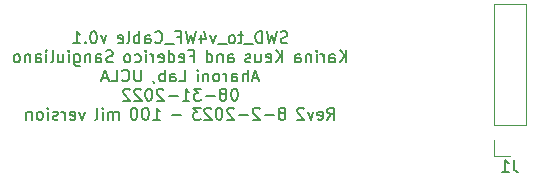
<source format=gbr>
%TF.GenerationSoftware,KiCad,Pcbnew,(7.0.0)*%
%TF.CreationDate,2023-08-02T20:08:49-07:00*%
%TF.ProjectId,SWD_to_v4WF_Cable,5357445f-746f-45f7-9634-57465f436162,rev?*%
%TF.SameCoordinates,Original*%
%TF.FileFunction,Legend,Bot*%
%TF.FilePolarity,Positive*%
%FSLAX46Y46*%
G04 Gerber Fmt 4.6, Leading zero omitted, Abs format (unit mm)*
G04 Created by KiCad (PCBNEW (7.0.0)) date 2023-08-02 20:08:49*
%MOMM*%
%LPD*%
G01*
G04 APERTURE LIST*
%ADD10C,0.150000*%
%ADD11C,0.120000*%
G04 APERTURE END LIST*
D10*
X164791896Y-56429757D02*
X164649039Y-56477376D01*
X164649039Y-56477376D02*
X164410944Y-56477376D01*
X164410944Y-56477376D02*
X164315706Y-56429757D01*
X164315706Y-56429757D02*
X164268087Y-56382138D01*
X164268087Y-56382138D02*
X164220468Y-56286900D01*
X164220468Y-56286900D02*
X164220468Y-56191662D01*
X164220468Y-56191662D02*
X164268087Y-56096424D01*
X164268087Y-56096424D02*
X164315706Y-56048805D01*
X164315706Y-56048805D02*
X164410944Y-56001186D01*
X164410944Y-56001186D02*
X164601420Y-55953567D01*
X164601420Y-55953567D02*
X164696658Y-55905948D01*
X164696658Y-55905948D02*
X164744277Y-55858329D01*
X164744277Y-55858329D02*
X164791896Y-55763091D01*
X164791896Y-55763091D02*
X164791896Y-55667853D01*
X164791896Y-55667853D02*
X164744277Y-55572615D01*
X164744277Y-55572615D02*
X164696658Y-55524996D01*
X164696658Y-55524996D02*
X164601420Y-55477376D01*
X164601420Y-55477376D02*
X164363325Y-55477376D01*
X164363325Y-55477376D02*
X164220468Y-55524996D01*
X163887134Y-55477376D02*
X163649039Y-56477376D01*
X163649039Y-56477376D02*
X163458563Y-55763091D01*
X163458563Y-55763091D02*
X163268087Y-56477376D01*
X163268087Y-56477376D02*
X163029992Y-55477376D01*
X162649039Y-56477376D02*
X162649039Y-55477376D01*
X162649039Y-55477376D02*
X162410944Y-55477376D01*
X162410944Y-55477376D02*
X162268087Y-55524996D01*
X162268087Y-55524996D02*
X162172849Y-55620234D01*
X162172849Y-55620234D02*
X162125230Y-55715472D01*
X162125230Y-55715472D02*
X162077611Y-55905948D01*
X162077611Y-55905948D02*
X162077611Y-56048805D01*
X162077611Y-56048805D02*
X162125230Y-56239281D01*
X162125230Y-56239281D02*
X162172849Y-56334519D01*
X162172849Y-56334519D02*
X162268087Y-56429757D01*
X162268087Y-56429757D02*
X162410944Y-56477376D01*
X162410944Y-56477376D02*
X162649039Y-56477376D01*
X161887135Y-56572615D02*
X161125230Y-56572615D01*
X161029991Y-55810710D02*
X160649039Y-55810710D01*
X160887134Y-55477376D02*
X160887134Y-56334519D01*
X160887134Y-56334519D02*
X160839515Y-56429757D01*
X160839515Y-56429757D02*
X160744277Y-56477376D01*
X160744277Y-56477376D02*
X160649039Y-56477376D01*
X160172848Y-56477376D02*
X160268086Y-56429757D01*
X160268086Y-56429757D02*
X160315705Y-56382138D01*
X160315705Y-56382138D02*
X160363324Y-56286900D01*
X160363324Y-56286900D02*
X160363324Y-56001186D01*
X160363324Y-56001186D02*
X160315705Y-55905948D01*
X160315705Y-55905948D02*
X160268086Y-55858329D01*
X160268086Y-55858329D02*
X160172848Y-55810710D01*
X160172848Y-55810710D02*
X160029991Y-55810710D01*
X160029991Y-55810710D02*
X159934753Y-55858329D01*
X159934753Y-55858329D02*
X159887134Y-55905948D01*
X159887134Y-55905948D02*
X159839515Y-56001186D01*
X159839515Y-56001186D02*
X159839515Y-56286900D01*
X159839515Y-56286900D02*
X159887134Y-56382138D01*
X159887134Y-56382138D02*
X159934753Y-56429757D01*
X159934753Y-56429757D02*
X160029991Y-56477376D01*
X160029991Y-56477376D02*
X160172848Y-56477376D01*
X159649039Y-56572615D02*
X158887134Y-56572615D01*
X158744276Y-55810710D02*
X158506181Y-56477376D01*
X158506181Y-56477376D02*
X158268086Y-55810710D01*
X157458562Y-55810710D02*
X157458562Y-56477376D01*
X157696657Y-55429757D02*
X157934752Y-56144043D01*
X157934752Y-56144043D02*
X157315705Y-56144043D01*
X157029990Y-55477376D02*
X156791895Y-56477376D01*
X156791895Y-56477376D02*
X156601419Y-55763091D01*
X156601419Y-55763091D02*
X156410943Y-56477376D01*
X156410943Y-56477376D02*
X156172848Y-55477376D01*
X155458562Y-55953567D02*
X155791895Y-55953567D01*
X155791895Y-56477376D02*
X155791895Y-55477376D01*
X155791895Y-55477376D02*
X155315705Y-55477376D01*
X155172848Y-56572615D02*
X154410943Y-56572615D01*
X153601419Y-56382138D02*
X153649038Y-56429757D01*
X153649038Y-56429757D02*
X153791895Y-56477376D01*
X153791895Y-56477376D02*
X153887133Y-56477376D01*
X153887133Y-56477376D02*
X154029990Y-56429757D01*
X154029990Y-56429757D02*
X154125228Y-56334519D01*
X154125228Y-56334519D02*
X154172847Y-56239281D01*
X154172847Y-56239281D02*
X154220466Y-56048805D01*
X154220466Y-56048805D02*
X154220466Y-55905948D01*
X154220466Y-55905948D02*
X154172847Y-55715472D01*
X154172847Y-55715472D02*
X154125228Y-55620234D01*
X154125228Y-55620234D02*
X154029990Y-55524996D01*
X154029990Y-55524996D02*
X153887133Y-55477376D01*
X153887133Y-55477376D02*
X153791895Y-55477376D01*
X153791895Y-55477376D02*
X153649038Y-55524996D01*
X153649038Y-55524996D02*
X153601419Y-55572615D01*
X152744276Y-56477376D02*
X152744276Y-55953567D01*
X152744276Y-55953567D02*
X152791895Y-55858329D01*
X152791895Y-55858329D02*
X152887133Y-55810710D01*
X152887133Y-55810710D02*
X153077609Y-55810710D01*
X153077609Y-55810710D02*
X153172847Y-55858329D01*
X152744276Y-56429757D02*
X152839514Y-56477376D01*
X152839514Y-56477376D02*
X153077609Y-56477376D01*
X153077609Y-56477376D02*
X153172847Y-56429757D01*
X153172847Y-56429757D02*
X153220466Y-56334519D01*
X153220466Y-56334519D02*
X153220466Y-56239281D01*
X153220466Y-56239281D02*
X153172847Y-56144043D01*
X153172847Y-56144043D02*
X153077609Y-56096424D01*
X153077609Y-56096424D02*
X152839514Y-56096424D01*
X152839514Y-56096424D02*
X152744276Y-56048805D01*
X152268085Y-56477376D02*
X152268085Y-55477376D01*
X152268085Y-55858329D02*
X152172847Y-55810710D01*
X152172847Y-55810710D02*
X151982371Y-55810710D01*
X151982371Y-55810710D02*
X151887133Y-55858329D01*
X151887133Y-55858329D02*
X151839514Y-55905948D01*
X151839514Y-55905948D02*
X151791895Y-56001186D01*
X151791895Y-56001186D02*
X151791895Y-56286900D01*
X151791895Y-56286900D02*
X151839514Y-56382138D01*
X151839514Y-56382138D02*
X151887133Y-56429757D01*
X151887133Y-56429757D02*
X151982371Y-56477376D01*
X151982371Y-56477376D02*
X152172847Y-56477376D01*
X152172847Y-56477376D02*
X152268085Y-56429757D01*
X151220466Y-56477376D02*
X151315704Y-56429757D01*
X151315704Y-56429757D02*
X151363323Y-56334519D01*
X151363323Y-56334519D02*
X151363323Y-55477376D01*
X150458561Y-56429757D02*
X150553799Y-56477376D01*
X150553799Y-56477376D02*
X150744275Y-56477376D01*
X150744275Y-56477376D02*
X150839513Y-56429757D01*
X150839513Y-56429757D02*
X150887132Y-56334519D01*
X150887132Y-56334519D02*
X150887132Y-55953567D01*
X150887132Y-55953567D02*
X150839513Y-55858329D01*
X150839513Y-55858329D02*
X150744275Y-55810710D01*
X150744275Y-55810710D02*
X150553799Y-55810710D01*
X150553799Y-55810710D02*
X150458561Y-55858329D01*
X150458561Y-55858329D02*
X150410942Y-55953567D01*
X150410942Y-55953567D02*
X150410942Y-56048805D01*
X150410942Y-56048805D02*
X150887132Y-56144043D01*
X149477608Y-55810710D02*
X149239513Y-56477376D01*
X149239513Y-56477376D02*
X149001418Y-55810710D01*
X148429989Y-55477376D02*
X148334751Y-55477376D01*
X148334751Y-55477376D02*
X148239513Y-55524996D01*
X148239513Y-55524996D02*
X148191894Y-55572615D01*
X148191894Y-55572615D02*
X148144275Y-55667853D01*
X148144275Y-55667853D02*
X148096656Y-55858329D01*
X148096656Y-55858329D02*
X148096656Y-56096424D01*
X148096656Y-56096424D02*
X148144275Y-56286900D01*
X148144275Y-56286900D02*
X148191894Y-56382138D01*
X148191894Y-56382138D02*
X148239513Y-56429757D01*
X148239513Y-56429757D02*
X148334751Y-56477376D01*
X148334751Y-56477376D02*
X148429989Y-56477376D01*
X148429989Y-56477376D02*
X148525227Y-56429757D01*
X148525227Y-56429757D02*
X148572846Y-56382138D01*
X148572846Y-56382138D02*
X148620465Y-56286900D01*
X148620465Y-56286900D02*
X148668084Y-56096424D01*
X148668084Y-56096424D02*
X148668084Y-55858329D01*
X148668084Y-55858329D02*
X148620465Y-55667853D01*
X148620465Y-55667853D02*
X148572846Y-55572615D01*
X148572846Y-55572615D02*
X148525227Y-55524996D01*
X148525227Y-55524996D02*
X148429989Y-55477376D01*
X147668084Y-56382138D02*
X147620465Y-56429757D01*
X147620465Y-56429757D02*
X147668084Y-56477376D01*
X147668084Y-56477376D02*
X147715703Y-56429757D01*
X147715703Y-56429757D02*
X147668084Y-56382138D01*
X147668084Y-56382138D02*
X147668084Y-56477376D01*
X146668085Y-56477376D02*
X147239513Y-56477376D01*
X146953799Y-56477376D02*
X146953799Y-55477376D01*
X146953799Y-55477376D02*
X147049037Y-55620234D01*
X147049037Y-55620234D02*
X147144275Y-55715472D01*
X147144275Y-55715472D02*
X147239513Y-55763091D01*
X169787134Y-58097376D02*
X169787134Y-57097376D01*
X169215706Y-58097376D02*
X169644277Y-57525948D01*
X169215706Y-57097376D02*
X169787134Y-57668805D01*
X168358563Y-58097376D02*
X168358563Y-57573567D01*
X168358563Y-57573567D02*
X168406182Y-57478329D01*
X168406182Y-57478329D02*
X168501420Y-57430710D01*
X168501420Y-57430710D02*
X168691896Y-57430710D01*
X168691896Y-57430710D02*
X168787134Y-57478329D01*
X168358563Y-58049757D02*
X168453801Y-58097376D01*
X168453801Y-58097376D02*
X168691896Y-58097376D01*
X168691896Y-58097376D02*
X168787134Y-58049757D01*
X168787134Y-58049757D02*
X168834753Y-57954519D01*
X168834753Y-57954519D02*
X168834753Y-57859281D01*
X168834753Y-57859281D02*
X168787134Y-57764043D01*
X168787134Y-57764043D02*
X168691896Y-57716424D01*
X168691896Y-57716424D02*
X168453801Y-57716424D01*
X168453801Y-57716424D02*
X168358563Y-57668805D01*
X167882372Y-58097376D02*
X167882372Y-57430710D01*
X167882372Y-57621186D02*
X167834753Y-57525948D01*
X167834753Y-57525948D02*
X167787134Y-57478329D01*
X167787134Y-57478329D02*
X167691896Y-57430710D01*
X167691896Y-57430710D02*
X167596658Y-57430710D01*
X167263324Y-58097376D02*
X167263324Y-57430710D01*
X167263324Y-57097376D02*
X167310943Y-57144996D01*
X167310943Y-57144996D02*
X167263324Y-57192615D01*
X167263324Y-57192615D02*
X167215705Y-57144996D01*
X167215705Y-57144996D02*
X167263324Y-57097376D01*
X167263324Y-57097376D02*
X167263324Y-57192615D01*
X166787134Y-57430710D02*
X166787134Y-58097376D01*
X166787134Y-57525948D02*
X166739515Y-57478329D01*
X166739515Y-57478329D02*
X166644277Y-57430710D01*
X166644277Y-57430710D02*
X166501420Y-57430710D01*
X166501420Y-57430710D02*
X166406182Y-57478329D01*
X166406182Y-57478329D02*
X166358563Y-57573567D01*
X166358563Y-57573567D02*
X166358563Y-58097376D01*
X165453801Y-58097376D02*
X165453801Y-57573567D01*
X165453801Y-57573567D02*
X165501420Y-57478329D01*
X165501420Y-57478329D02*
X165596658Y-57430710D01*
X165596658Y-57430710D02*
X165787134Y-57430710D01*
X165787134Y-57430710D02*
X165882372Y-57478329D01*
X165453801Y-58049757D02*
X165549039Y-58097376D01*
X165549039Y-58097376D02*
X165787134Y-58097376D01*
X165787134Y-58097376D02*
X165882372Y-58049757D01*
X165882372Y-58049757D02*
X165929991Y-57954519D01*
X165929991Y-57954519D02*
X165929991Y-57859281D01*
X165929991Y-57859281D02*
X165882372Y-57764043D01*
X165882372Y-57764043D02*
X165787134Y-57716424D01*
X165787134Y-57716424D02*
X165549039Y-57716424D01*
X165549039Y-57716424D02*
X165453801Y-57668805D01*
X164377610Y-58097376D02*
X164377610Y-57097376D01*
X163806182Y-58097376D02*
X164234753Y-57525948D01*
X163806182Y-57097376D02*
X164377610Y-57668805D01*
X162996658Y-58049757D02*
X163091896Y-58097376D01*
X163091896Y-58097376D02*
X163282372Y-58097376D01*
X163282372Y-58097376D02*
X163377610Y-58049757D01*
X163377610Y-58049757D02*
X163425229Y-57954519D01*
X163425229Y-57954519D02*
X163425229Y-57573567D01*
X163425229Y-57573567D02*
X163377610Y-57478329D01*
X163377610Y-57478329D02*
X163282372Y-57430710D01*
X163282372Y-57430710D02*
X163091896Y-57430710D01*
X163091896Y-57430710D02*
X162996658Y-57478329D01*
X162996658Y-57478329D02*
X162949039Y-57573567D01*
X162949039Y-57573567D02*
X162949039Y-57668805D01*
X162949039Y-57668805D02*
X163425229Y-57764043D01*
X162091896Y-57430710D02*
X162091896Y-58097376D01*
X162520467Y-57430710D02*
X162520467Y-57954519D01*
X162520467Y-57954519D02*
X162472848Y-58049757D01*
X162472848Y-58049757D02*
X162377610Y-58097376D01*
X162377610Y-58097376D02*
X162234753Y-58097376D01*
X162234753Y-58097376D02*
X162139515Y-58049757D01*
X162139515Y-58049757D02*
X162091896Y-58002138D01*
X161663324Y-58049757D02*
X161568086Y-58097376D01*
X161568086Y-58097376D02*
X161377610Y-58097376D01*
X161377610Y-58097376D02*
X161282372Y-58049757D01*
X161282372Y-58049757D02*
X161234753Y-57954519D01*
X161234753Y-57954519D02*
X161234753Y-57906900D01*
X161234753Y-57906900D02*
X161282372Y-57811662D01*
X161282372Y-57811662D02*
X161377610Y-57764043D01*
X161377610Y-57764043D02*
X161520467Y-57764043D01*
X161520467Y-57764043D02*
X161615705Y-57716424D01*
X161615705Y-57716424D02*
X161663324Y-57621186D01*
X161663324Y-57621186D02*
X161663324Y-57573567D01*
X161663324Y-57573567D02*
X161615705Y-57478329D01*
X161615705Y-57478329D02*
X161520467Y-57430710D01*
X161520467Y-57430710D02*
X161377610Y-57430710D01*
X161377610Y-57430710D02*
X161282372Y-57478329D01*
X159777610Y-58097376D02*
X159777610Y-57573567D01*
X159777610Y-57573567D02*
X159825229Y-57478329D01*
X159825229Y-57478329D02*
X159920467Y-57430710D01*
X159920467Y-57430710D02*
X160110943Y-57430710D01*
X160110943Y-57430710D02*
X160206181Y-57478329D01*
X159777610Y-58049757D02*
X159872848Y-58097376D01*
X159872848Y-58097376D02*
X160110943Y-58097376D01*
X160110943Y-58097376D02*
X160206181Y-58049757D01*
X160206181Y-58049757D02*
X160253800Y-57954519D01*
X160253800Y-57954519D02*
X160253800Y-57859281D01*
X160253800Y-57859281D02*
X160206181Y-57764043D01*
X160206181Y-57764043D02*
X160110943Y-57716424D01*
X160110943Y-57716424D02*
X159872848Y-57716424D01*
X159872848Y-57716424D02*
X159777610Y-57668805D01*
X159301419Y-57430710D02*
X159301419Y-58097376D01*
X159301419Y-57525948D02*
X159253800Y-57478329D01*
X159253800Y-57478329D02*
X159158562Y-57430710D01*
X159158562Y-57430710D02*
X159015705Y-57430710D01*
X159015705Y-57430710D02*
X158920467Y-57478329D01*
X158920467Y-57478329D02*
X158872848Y-57573567D01*
X158872848Y-57573567D02*
X158872848Y-58097376D01*
X157968086Y-58097376D02*
X157968086Y-57097376D01*
X157968086Y-58049757D02*
X158063324Y-58097376D01*
X158063324Y-58097376D02*
X158253800Y-58097376D01*
X158253800Y-58097376D02*
X158349038Y-58049757D01*
X158349038Y-58049757D02*
X158396657Y-58002138D01*
X158396657Y-58002138D02*
X158444276Y-57906900D01*
X158444276Y-57906900D02*
X158444276Y-57621186D01*
X158444276Y-57621186D02*
X158396657Y-57525948D01*
X158396657Y-57525948D02*
X158349038Y-57478329D01*
X158349038Y-57478329D02*
X158253800Y-57430710D01*
X158253800Y-57430710D02*
X158063324Y-57430710D01*
X158063324Y-57430710D02*
X157968086Y-57478329D01*
X156558562Y-57573567D02*
X156891895Y-57573567D01*
X156891895Y-58097376D02*
X156891895Y-57097376D01*
X156891895Y-57097376D02*
X156415705Y-57097376D01*
X155653800Y-58049757D02*
X155749038Y-58097376D01*
X155749038Y-58097376D02*
X155939514Y-58097376D01*
X155939514Y-58097376D02*
X156034752Y-58049757D01*
X156034752Y-58049757D02*
X156082371Y-57954519D01*
X156082371Y-57954519D02*
X156082371Y-57573567D01*
X156082371Y-57573567D02*
X156034752Y-57478329D01*
X156034752Y-57478329D02*
X155939514Y-57430710D01*
X155939514Y-57430710D02*
X155749038Y-57430710D01*
X155749038Y-57430710D02*
X155653800Y-57478329D01*
X155653800Y-57478329D02*
X155606181Y-57573567D01*
X155606181Y-57573567D02*
X155606181Y-57668805D01*
X155606181Y-57668805D02*
X156082371Y-57764043D01*
X154749038Y-58097376D02*
X154749038Y-57097376D01*
X154749038Y-58049757D02*
X154844276Y-58097376D01*
X154844276Y-58097376D02*
X155034752Y-58097376D01*
X155034752Y-58097376D02*
X155129990Y-58049757D01*
X155129990Y-58049757D02*
X155177609Y-58002138D01*
X155177609Y-58002138D02*
X155225228Y-57906900D01*
X155225228Y-57906900D02*
X155225228Y-57621186D01*
X155225228Y-57621186D02*
X155177609Y-57525948D01*
X155177609Y-57525948D02*
X155129990Y-57478329D01*
X155129990Y-57478329D02*
X155034752Y-57430710D01*
X155034752Y-57430710D02*
X154844276Y-57430710D01*
X154844276Y-57430710D02*
X154749038Y-57478329D01*
X153891895Y-58049757D02*
X153987133Y-58097376D01*
X153987133Y-58097376D02*
X154177609Y-58097376D01*
X154177609Y-58097376D02*
X154272847Y-58049757D01*
X154272847Y-58049757D02*
X154320466Y-57954519D01*
X154320466Y-57954519D02*
X154320466Y-57573567D01*
X154320466Y-57573567D02*
X154272847Y-57478329D01*
X154272847Y-57478329D02*
X154177609Y-57430710D01*
X154177609Y-57430710D02*
X153987133Y-57430710D01*
X153987133Y-57430710D02*
X153891895Y-57478329D01*
X153891895Y-57478329D02*
X153844276Y-57573567D01*
X153844276Y-57573567D02*
X153844276Y-57668805D01*
X153844276Y-57668805D02*
X154320466Y-57764043D01*
X153415704Y-58097376D02*
X153415704Y-57430710D01*
X153415704Y-57621186D02*
X153368085Y-57525948D01*
X153368085Y-57525948D02*
X153320466Y-57478329D01*
X153320466Y-57478329D02*
X153225228Y-57430710D01*
X153225228Y-57430710D02*
X153129990Y-57430710D01*
X152796656Y-58097376D02*
X152796656Y-57430710D01*
X152796656Y-57097376D02*
X152844275Y-57144996D01*
X152844275Y-57144996D02*
X152796656Y-57192615D01*
X152796656Y-57192615D02*
X152749037Y-57144996D01*
X152749037Y-57144996D02*
X152796656Y-57097376D01*
X152796656Y-57097376D02*
X152796656Y-57192615D01*
X151891895Y-58049757D02*
X151987133Y-58097376D01*
X151987133Y-58097376D02*
X152177609Y-58097376D01*
X152177609Y-58097376D02*
X152272847Y-58049757D01*
X152272847Y-58049757D02*
X152320466Y-58002138D01*
X152320466Y-58002138D02*
X152368085Y-57906900D01*
X152368085Y-57906900D02*
X152368085Y-57621186D01*
X152368085Y-57621186D02*
X152320466Y-57525948D01*
X152320466Y-57525948D02*
X152272847Y-57478329D01*
X152272847Y-57478329D02*
X152177609Y-57430710D01*
X152177609Y-57430710D02*
X151987133Y-57430710D01*
X151987133Y-57430710D02*
X151891895Y-57478329D01*
X151320466Y-58097376D02*
X151415704Y-58049757D01*
X151415704Y-58049757D02*
X151463323Y-58002138D01*
X151463323Y-58002138D02*
X151510942Y-57906900D01*
X151510942Y-57906900D02*
X151510942Y-57621186D01*
X151510942Y-57621186D02*
X151463323Y-57525948D01*
X151463323Y-57525948D02*
X151415704Y-57478329D01*
X151415704Y-57478329D02*
X151320466Y-57430710D01*
X151320466Y-57430710D02*
X151177609Y-57430710D01*
X151177609Y-57430710D02*
X151082371Y-57478329D01*
X151082371Y-57478329D02*
X151034752Y-57525948D01*
X151034752Y-57525948D02*
X150987133Y-57621186D01*
X150987133Y-57621186D02*
X150987133Y-57906900D01*
X150987133Y-57906900D02*
X151034752Y-58002138D01*
X151034752Y-58002138D02*
X151082371Y-58049757D01*
X151082371Y-58049757D02*
X151177609Y-58097376D01*
X151177609Y-58097376D02*
X151320466Y-58097376D01*
X150006180Y-58049757D02*
X149863323Y-58097376D01*
X149863323Y-58097376D02*
X149625228Y-58097376D01*
X149625228Y-58097376D02*
X149529990Y-58049757D01*
X149529990Y-58049757D02*
X149482371Y-58002138D01*
X149482371Y-58002138D02*
X149434752Y-57906900D01*
X149434752Y-57906900D02*
X149434752Y-57811662D01*
X149434752Y-57811662D02*
X149482371Y-57716424D01*
X149482371Y-57716424D02*
X149529990Y-57668805D01*
X149529990Y-57668805D02*
X149625228Y-57621186D01*
X149625228Y-57621186D02*
X149815704Y-57573567D01*
X149815704Y-57573567D02*
X149910942Y-57525948D01*
X149910942Y-57525948D02*
X149958561Y-57478329D01*
X149958561Y-57478329D02*
X150006180Y-57383091D01*
X150006180Y-57383091D02*
X150006180Y-57287853D01*
X150006180Y-57287853D02*
X149958561Y-57192615D01*
X149958561Y-57192615D02*
X149910942Y-57144996D01*
X149910942Y-57144996D02*
X149815704Y-57097376D01*
X149815704Y-57097376D02*
X149577609Y-57097376D01*
X149577609Y-57097376D02*
X149434752Y-57144996D01*
X148577609Y-58097376D02*
X148577609Y-57573567D01*
X148577609Y-57573567D02*
X148625228Y-57478329D01*
X148625228Y-57478329D02*
X148720466Y-57430710D01*
X148720466Y-57430710D02*
X148910942Y-57430710D01*
X148910942Y-57430710D02*
X149006180Y-57478329D01*
X148577609Y-58049757D02*
X148672847Y-58097376D01*
X148672847Y-58097376D02*
X148910942Y-58097376D01*
X148910942Y-58097376D02*
X149006180Y-58049757D01*
X149006180Y-58049757D02*
X149053799Y-57954519D01*
X149053799Y-57954519D02*
X149053799Y-57859281D01*
X149053799Y-57859281D02*
X149006180Y-57764043D01*
X149006180Y-57764043D02*
X148910942Y-57716424D01*
X148910942Y-57716424D02*
X148672847Y-57716424D01*
X148672847Y-57716424D02*
X148577609Y-57668805D01*
X148101418Y-57430710D02*
X148101418Y-58097376D01*
X148101418Y-57525948D02*
X148053799Y-57478329D01*
X148053799Y-57478329D02*
X147958561Y-57430710D01*
X147958561Y-57430710D02*
X147815704Y-57430710D01*
X147815704Y-57430710D02*
X147720466Y-57478329D01*
X147720466Y-57478329D02*
X147672847Y-57573567D01*
X147672847Y-57573567D02*
X147672847Y-58097376D01*
X146768085Y-57430710D02*
X146768085Y-58240234D01*
X146768085Y-58240234D02*
X146815704Y-58335472D01*
X146815704Y-58335472D02*
X146863323Y-58383091D01*
X146863323Y-58383091D02*
X146958561Y-58430710D01*
X146958561Y-58430710D02*
X147101418Y-58430710D01*
X147101418Y-58430710D02*
X147196656Y-58383091D01*
X146768085Y-58049757D02*
X146863323Y-58097376D01*
X146863323Y-58097376D02*
X147053799Y-58097376D01*
X147053799Y-58097376D02*
X147149037Y-58049757D01*
X147149037Y-58049757D02*
X147196656Y-58002138D01*
X147196656Y-58002138D02*
X147244275Y-57906900D01*
X147244275Y-57906900D02*
X147244275Y-57621186D01*
X147244275Y-57621186D02*
X147196656Y-57525948D01*
X147196656Y-57525948D02*
X147149037Y-57478329D01*
X147149037Y-57478329D02*
X147053799Y-57430710D01*
X147053799Y-57430710D02*
X146863323Y-57430710D01*
X146863323Y-57430710D02*
X146768085Y-57478329D01*
X146291894Y-58097376D02*
X146291894Y-57430710D01*
X146291894Y-57097376D02*
X146339513Y-57144996D01*
X146339513Y-57144996D02*
X146291894Y-57192615D01*
X146291894Y-57192615D02*
X146244275Y-57144996D01*
X146244275Y-57144996D02*
X146291894Y-57097376D01*
X146291894Y-57097376D02*
X146291894Y-57192615D01*
X145387133Y-57430710D02*
X145387133Y-58097376D01*
X145815704Y-57430710D02*
X145815704Y-57954519D01*
X145815704Y-57954519D02*
X145768085Y-58049757D01*
X145768085Y-58049757D02*
X145672847Y-58097376D01*
X145672847Y-58097376D02*
X145529990Y-58097376D01*
X145529990Y-58097376D02*
X145434752Y-58049757D01*
X145434752Y-58049757D02*
X145387133Y-58002138D01*
X144768085Y-58097376D02*
X144863323Y-58049757D01*
X144863323Y-58049757D02*
X144910942Y-57954519D01*
X144910942Y-57954519D02*
X144910942Y-57097376D01*
X144387132Y-58097376D02*
X144387132Y-57430710D01*
X144387132Y-57097376D02*
X144434751Y-57144996D01*
X144434751Y-57144996D02*
X144387132Y-57192615D01*
X144387132Y-57192615D02*
X144339513Y-57144996D01*
X144339513Y-57144996D02*
X144387132Y-57097376D01*
X144387132Y-57097376D02*
X144387132Y-57192615D01*
X143482371Y-58097376D02*
X143482371Y-57573567D01*
X143482371Y-57573567D02*
X143529990Y-57478329D01*
X143529990Y-57478329D02*
X143625228Y-57430710D01*
X143625228Y-57430710D02*
X143815704Y-57430710D01*
X143815704Y-57430710D02*
X143910942Y-57478329D01*
X143482371Y-58049757D02*
X143577609Y-58097376D01*
X143577609Y-58097376D02*
X143815704Y-58097376D01*
X143815704Y-58097376D02*
X143910942Y-58049757D01*
X143910942Y-58049757D02*
X143958561Y-57954519D01*
X143958561Y-57954519D02*
X143958561Y-57859281D01*
X143958561Y-57859281D02*
X143910942Y-57764043D01*
X143910942Y-57764043D02*
X143815704Y-57716424D01*
X143815704Y-57716424D02*
X143577609Y-57716424D01*
X143577609Y-57716424D02*
X143482371Y-57668805D01*
X143006180Y-57430710D02*
X143006180Y-58097376D01*
X143006180Y-57525948D02*
X142958561Y-57478329D01*
X142958561Y-57478329D02*
X142863323Y-57430710D01*
X142863323Y-57430710D02*
X142720466Y-57430710D01*
X142720466Y-57430710D02*
X142625228Y-57478329D01*
X142625228Y-57478329D02*
X142577609Y-57573567D01*
X142577609Y-57573567D02*
X142577609Y-58097376D01*
X141958561Y-58097376D02*
X142053799Y-58049757D01*
X142053799Y-58049757D02*
X142101418Y-58002138D01*
X142101418Y-58002138D02*
X142149037Y-57906900D01*
X142149037Y-57906900D02*
X142149037Y-57621186D01*
X142149037Y-57621186D02*
X142101418Y-57525948D01*
X142101418Y-57525948D02*
X142053799Y-57478329D01*
X142053799Y-57478329D02*
X141958561Y-57430710D01*
X141958561Y-57430710D02*
X141815704Y-57430710D01*
X141815704Y-57430710D02*
X141720466Y-57478329D01*
X141720466Y-57478329D02*
X141672847Y-57525948D01*
X141672847Y-57525948D02*
X141625228Y-57621186D01*
X141625228Y-57621186D02*
X141625228Y-57906900D01*
X141625228Y-57906900D02*
X141672847Y-58002138D01*
X141672847Y-58002138D02*
X141720466Y-58049757D01*
X141720466Y-58049757D02*
X141815704Y-58097376D01*
X141815704Y-58097376D02*
X141958561Y-58097376D01*
X162329990Y-59431662D02*
X161853800Y-59431662D01*
X162425228Y-59717376D02*
X162091895Y-58717376D01*
X162091895Y-58717376D02*
X161758562Y-59717376D01*
X161425228Y-59717376D02*
X161425228Y-58717376D01*
X160996657Y-59717376D02*
X160996657Y-59193567D01*
X160996657Y-59193567D02*
X161044276Y-59098329D01*
X161044276Y-59098329D02*
X161139514Y-59050710D01*
X161139514Y-59050710D02*
X161282371Y-59050710D01*
X161282371Y-59050710D02*
X161377609Y-59098329D01*
X161377609Y-59098329D02*
X161425228Y-59145948D01*
X160091895Y-59717376D02*
X160091895Y-59193567D01*
X160091895Y-59193567D02*
X160139514Y-59098329D01*
X160139514Y-59098329D02*
X160234752Y-59050710D01*
X160234752Y-59050710D02*
X160425228Y-59050710D01*
X160425228Y-59050710D02*
X160520466Y-59098329D01*
X160091895Y-59669757D02*
X160187133Y-59717376D01*
X160187133Y-59717376D02*
X160425228Y-59717376D01*
X160425228Y-59717376D02*
X160520466Y-59669757D01*
X160520466Y-59669757D02*
X160568085Y-59574519D01*
X160568085Y-59574519D02*
X160568085Y-59479281D01*
X160568085Y-59479281D02*
X160520466Y-59384043D01*
X160520466Y-59384043D02*
X160425228Y-59336424D01*
X160425228Y-59336424D02*
X160187133Y-59336424D01*
X160187133Y-59336424D02*
X160091895Y-59288805D01*
X159615704Y-59717376D02*
X159615704Y-59050710D01*
X159615704Y-59241186D02*
X159568085Y-59145948D01*
X159568085Y-59145948D02*
X159520466Y-59098329D01*
X159520466Y-59098329D02*
X159425228Y-59050710D01*
X159425228Y-59050710D02*
X159329990Y-59050710D01*
X158853799Y-59717376D02*
X158949037Y-59669757D01*
X158949037Y-59669757D02*
X158996656Y-59622138D01*
X158996656Y-59622138D02*
X159044275Y-59526900D01*
X159044275Y-59526900D02*
X159044275Y-59241186D01*
X159044275Y-59241186D02*
X158996656Y-59145948D01*
X158996656Y-59145948D02*
X158949037Y-59098329D01*
X158949037Y-59098329D02*
X158853799Y-59050710D01*
X158853799Y-59050710D02*
X158710942Y-59050710D01*
X158710942Y-59050710D02*
X158615704Y-59098329D01*
X158615704Y-59098329D02*
X158568085Y-59145948D01*
X158568085Y-59145948D02*
X158520466Y-59241186D01*
X158520466Y-59241186D02*
X158520466Y-59526900D01*
X158520466Y-59526900D02*
X158568085Y-59622138D01*
X158568085Y-59622138D02*
X158615704Y-59669757D01*
X158615704Y-59669757D02*
X158710942Y-59717376D01*
X158710942Y-59717376D02*
X158853799Y-59717376D01*
X158091894Y-59050710D02*
X158091894Y-59717376D01*
X158091894Y-59145948D02*
X158044275Y-59098329D01*
X158044275Y-59098329D02*
X157949037Y-59050710D01*
X157949037Y-59050710D02*
X157806180Y-59050710D01*
X157806180Y-59050710D02*
X157710942Y-59098329D01*
X157710942Y-59098329D02*
X157663323Y-59193567D01*
X157663323Y-59193567D02*
X157663323Y-59717376D01*
X157187132Y-59717376D02*
X157187132Y-59050710D01*
X157187132Y-58717376D02*
X157234751Y-58764996D01*
X157234751Y-58764996D02*
X157187132Y-58812615D01*
X157187132Y-58812615D02*
X157139513Y-58764996D01*
X157139513Y-58764996D02*
X157187132Y-58717376D01*
X157187132Y-58717376D02*
X157187132Y-58812615D01*
X155634752Y-59717376D02*
X156110942Y-59717376D01*
X156110942Y-59717376D02*
X156110942Y-58717376D01*
X154872847Y-59717376D02*
X154872847Y-59193567D01*
X154872847Y-59193567D02*
X154920466Y-59098329D01*
X154920466Y-59098329D02*
X155015704Y-59050710D01*
X155015704Y-59050710D02*
X155206180Y-59050710D01*
X155206180Y-59050710D02*
X155301418Y-59098329D01*
X154872847Y-59669757D02*
X154968085Y-59717376D01*
X154968085Y-59717376D02*
X155206180Y-59717376D01*
X155206180Y-59717376D02*
X155301418Y-59669757D01*
X155301418Y-59669757D02*
X155349037Y-59574519D01*
X155349037Y-59574519D02*
X155349037Y-59479281D01*
X155349037Y-59479281D02*
X155301418Y-59384043D01*
X155301418Y-59384043D02*
X155206180Y-59336424D01*
X155206180Y-59336424D02*
X154968085Y-59336424D01*
X154968085Y-59336424D02*
X154872847Y-59288805D01*
X154396656Y-59717376D02*
X154396656Y-58717376D01*
X154396656Y-59098329D02*
X154301418Y-59050710D01*
X154301418Y-59050710D02*
X154110942Y-59050710D01*
X154110942Y-59050710D02*
X154015704Y-59098329D01*
X154015704Y-59098329D02*
X153968085Y-59145948D01*
X153968085Y-59145948D02*
X153920466Y-59241186D01*
X153920466Y-59241186D02*
X153920466Y-59526900D01*
X153920466Y-59526900D02*
X153968085Y-59622138D01*
X153968085Y-59622138D02*
X154015704Y-59669757D01*
X154015704Y-59669757D02*
X154110942Y-59717376D01*
X154110942Y-59717376D02*
X154301418Y-59717376D01*
X154301418Y-59717376D02*
X154396656Y-59669757D01*
X153444275Y-59669757D02*
X153444275Y-59717376D01*
X153444275Y-59717376D02*
X153491894Y-59812615D01*
X153491894Y-59812615D02*
X153539513Y-59860234D01*
X152415704Y-58717376D02*
X152415704Y-59526900D01*
X152415704Y-59526900D02*
X152368085Y-59622138D01*
X152368085Y-59622138D02*
X152320466Y-59669757D01*
X152320466Y-59669757D02*
X152225228Y-59717376D01*
X152225228Y-59717376D02*
X152034752Y-59717376D01*
X152034752Y-59717376D02*
X151939514Y-59669757D01*
X151939514Y-59669757D02*
X151891895Y-59622138D01*
X151891895Y-59622138D02*
X151844276Y-59526900D01*
X151844276Y-59526900D02*
X151844276Y-58717376D01*
X150796657Y-59622138D02*
X150844276Y-59669757D01*
X150844276Y-59669757D02*
X150987133Y-59717376D01*
X150987133Y-59717376D02*
X151082371Y-59717376D01*
X151082371Y-59717376D02*
X151225228Y-59669757D01*
X151225228Y-59669757D02*
X151320466Y-59574519D01*
X151320466Y-59574519D02*
X151368085Y-59479281D01*
X151368085Y-59479281D02*
X151415704Y-59288805D01*
X151415704Y-59288805D02*
X151415704Y-59145948D01*
X151415704Y-59145948D02*
X151368085Y-58955472D01*
X151368085Y-58955472D02*
X151320466Y-58860234D01*
X151320466Y-58860234D02*
X151225228Y-58764996D01*
X151225228Y-58764996D02*
X151082371Y-58717376D01*
X151082371Y-58717376D02*
X150987133Y-58717376D01*
X150987133Y-58717376D02*
X150844276Y-58764996D01*
X150844276Y-58764996D02*
X150796657Y-58812615D01*
X149891895Y-59717376D02*
X150368085Y-59717376D01*
X150368085Y-59717376D02*
X150368085Y-58717376D01*
X149606180Y-59431662D02*
X149129990Y-59431662D01*
X149701418Y-59717376D02*
X149368085Y-58717376D01*
X149368085Y-58717376D02*
X149034752Y-59717376D01*
X160349038Y-60337376D02*
X160253800Y-60337376D01*
X160253800Y-60337376D02*
X160158562Y-60384996D01*
X160158562Y-60384996D02*
X160110943Y-60432615D01*
X160110943Y-60432615D02*
X160063324Y-60527853D01*
X160063324Y-60527853D02*
X160015705Y-60718329D01*
X160015705Y-60718329D02*
X160015705Y-60956424D01*
X160015705Y-60956424D02*
X160063324Y-61146900D01*
X160063324Y-61146900D02*
X160110943Y-61242138D01*
X160110943Y-61242138D02*
X160158562Y-61289757D01*
X160158562Y-61289757D02*
X160253800Y-61337376D01*
X160253800Y-61337376D02*
X160349038Y-61337376D01*
X160349038Y-61337376D02*
X160444276Y-61289757D01*
X160444276Y-61289757D02*
X160491895Y-61242138D01*
X160491895Y-61242138D02*
X160539514Y-61146900D01*
X160539514Y-61146900D02*
X160587133Y-60956424D01*
X160587133Y-60956424D02*
X160587133Y-60718329D01*
X160587133Y-60718329D02*
X160539514Y-60527853D01*
X160539514Y-60527853D02*
X160491895Y-60432615D01*
X160491895Y-60432615D02*
X160444276Y-60384996D01*
X160444276Y-60384996D02*
X160349038Y-60337376D01*
X159444276Y-60765948D02*
X159539514Y-60718329D01*
X159539514Y-60718329D02*
X159587133Y-60670710D01*
X159587133Y-60670710D02*
X159634752Y-60575472D01*
X159634752Y-60575472D02*
X159634752Y-60527853D01*
X159634752Y-60527853D02*
X159587133Y-60432615D01*
X159587133Y-60432615D02*
X159539514Y-60384996D01*
X159539514Y-60384996D02*
X159444276Y-60337376D01*
X159444276Y-60337376D02*
X159253800Y-60337376D01*
X159253800Y-60337376D02*
X159158562Y-60384996D01*
X159158562Y-60384996D02*
X159110943Y-60432615D01*
X159110943Y-60432615D02*
X159063324Y-60527853D01*
X159063324Y-60527853D02*
X159063324Y-60575472D01*
X159063324Y-60575472D02*
X159110943Y-60670710D01*
X159110943Y-60670710D02*
X159158562Y-60718329D01*
X159158562Y-60718329D02*
X159253800Y-60765948D01*
X159253800Y-60765948D02*
X159444276Y-60765948D01*
X159444276Y-60765948D02*
X159539514Y-60813567D01*
X159539514Y-60813567D02*
X159587133Y-60861186D01*
X159587133Y-60861186D02*
X159634752Y-60956424D01*
X159634752Y-60956424D02*
X159634752Y-61146900D01*
X159634752Y-61146900D02*
X159587133Y-61242138D01*
X159587133Y-61242138D02*
X159539514Y-61289757D01*
X159539514Y-61289757D02*
X159444276Y-61337376D01*
X159444276Y-61337376D02*
X159253800Y-61337376D01*
X159253800Y-61337376D02*
X159158562Y-61289757D01*
X159158562Y-61289757D02*
X159110943Y-61242138D01*
X159110943Y-61242138D02*
X159063324Y-61146900D01*
X159063324Y-61146900D02*
X159063324Y-60956424D01*
X159063324Y-60956424D02*
X159110943Y-60861186D01*
X159110943Y-60861186D02*
X159158562Y-60813567D01*
X159158562Y-60813567D02*
X159253800Y-60765948D01*
X158634752Y-60956424D02*
X157872848Y-60956424D01*
X157491895Y-60337376D02*
X156872848Y-60337376D01*
X156872848Y-60337376D02*
X157206181Y-60718329D01*
X157206181Y-60718329D02*
X157063324Y-60718329D01*
X157063324Y-60718329D02*
X156968086Y-60765948D01*
X156968086Y-60765948D02*
X156920467Y-60813567D01*
X156920467Y-60813567D02*
X156872848Y-60908805D01*
X156872848Y-60908805D02*
X156872848Y-61146900D01*
X156872848Y-61146900D02*
X156920467Y-61242138D01*
X156920467Y-61242138D02*
X156968086Y-61289757D01*
X156968086Y-61289757D02*
X157063324Y-61337376D01*
X157063324Y-61337376D02*
X157349038Y-61337376D01*
X157349038Y-61337376D02*
X157444276Y-61289757D01*
X157444276Y-61289757D02*
X157491895Y-61242138D01*
X155920467Y-61337376D02*
X156491895Y-61337376D01*
X156206181Y-61337376D02*
X156206181Y-60337376D01*
X156206181Y-60337376D02*
X156301419Y-60480234D01*
X156301419Y-60480234D02*
X156396657Y-60575472D01*
X156396657Y-60575472D02*
X156491895Y-60623091D01*
X155491895Y-60956424D02*
X154729991Y-60956424D01*
X154301419Y-60432615D02*
X154253800Y-60384996D01*
X154253800Y-60384996D02*
X154158562Y-60337376D01*
X154158562Y-60337376D02*
X153920467Y-60337376D01*
X153920467Y-60337376D02*
X153825229Y-60384996D01*
X153825229Y-60384996D02*
X153777610Y-60432615D01*
X153777610Y-60432615D02*
X153729991Y-60527853D01*
X153729991Y-60527853D02*
X153729991Y-60623091D01*
X153729991Y-60623091D02*
X153777610Y-60765948D01*
X153777610Y-60765948D02*
X154349038Y-61337376D01*
X154349038Y-61337376D02*
X153729991Y-61337376D01*
X153110943Y-60337376D02*
X153015705Y-60337376D01*
X153015705Y-60337376D02*
X152920467Y-60384996D01*
X152920467Y-60384996D02*
X152872848Y-60432615D01*
X152872848Y-60432615D02*
X152825229Y-60527853D01*
X152825229Y-60527853D02*
X152777610Y-60718329D01*
X152777610Y-60718329D02*
X152777610Y-60956424D01*
X152777610Y-60956424D02*
X152825229Y-61146900D01*
X152825229Y-61146900D02*
X152872848Y-61242138D01*
X152872848Y-61242138D02*
X152920467Y-61289757D01*
X152920467Y-61289757D02*
X153015705Y-61337376D01*
X153015705Y-61337376D02*
X153110943Y-61337376D01*
X153110943Y-61337376D02*
X153206181Y-61289757D01*
X153206181Y-61289757D02*
X153253800Y-61242138D01*
X153253800Y-61242138D02*
X153301419Y-61146900D01*
X153301419Y-61146900D02*
X153349038Y-60956424D01*
X153349038Y-60956424D02*
X153349038Y-60718329D01*
X153349038Y-60718329D02*
X153301419Y-60527853D01*
X153301419Y-60527853D02*
X153253800Y-60432615D01*
X153253800Y-60432615D02*
X153206181Y-60384996D01*
X153206181Y-60384996D02*
X153110943Y-60337376D01*
X152396657Y-60432615D02*
X152349038Y-60384996D01*
X152349038Y-60384996D02*
X152253800Y-60337376D01*
X152253800Y-60337376D02*
X152015705Y-60337376D01*
X152015705Y-60337376D02*
X151920467Y-60384996D01*
X151920467Y-60384996D02*
X151872848Y-60432615D01*
X151872848Y-60432615D02*
X151825229Y-60527853D01*
X151825229Y-60527853D02*
X151825229Y-60623091D01*
X151825229Y-60623091D02*
X151872848Y-60765948D01*
X151872848Y-60765948D02*
X152444276Y-61337376D01*
X152444276Y-61337376D02*
X151825229Y-61337376D01*
X151444276Y-60432615D02*
X151396657Y-60384996D01*
X151396657Y-60384996D02*
X151301419Y-60337376D01*
X151301419Y-60337376D02*
X151063324Y-60337376D01*
X151063324Y-60337376D02*
X150968086Y-60384996D01*
X150968086Y-60384996D02*
X150920467Y-60432615D01*
X150920467Y-60432615D02*
X150872848Y-60527853D01*
X150872848Y-60527853D02*
X150872848Y-60623091D01*
X150872848Y-60623091D02*
X150920467Y-60765948D01*
X150920467Y-60765948D02*
X151491895Y-61337376D01*
X151491895Y-61337376D02*
X150872848Y-61337376D01*
X168182372Y-62957376D02*
X168515705Y-62481186D01*
X168753800Y-62957376D02*
X168753800Y-61957376D01*
X168753800Y-61957376D02*
X168372848Y-61957376D01*
X168372848Y-61957376D02*
X168277610Y-62004996D01*
X168277610Y-62004996D02*
X168229991Y-62052615D01*
X168229991Y-62052615D02*
X168182372Y-62147853D01*
X168182372Y-62147853D02*
X168182372Y-62290710D01*
X168182372Y-62290710D02*
X168229991Y-62385948D01*
X168229991Y-62385948D02*
X168277610Y-62433567D01*
X168277610Y-62433567D02*
X168372848Y-62481186D01*
X168372848Y-62481186D02*
X168753800Y-62481186D01*
X167372848Y-62909757D02*
X167468086Y-62957376D01*
X167468086Y-62957376D02*
X167658562Y-62957376D01*
X167658562Y-62957376D02*
X167753800Y-62909757D01*
X167753800Y-62909757D02*
X167801419Y-62814519D01*
X167801419Y-62814519D02*
X167801419Y-62433567D01*
X167801419Y-62433567D02*
X167753800Y-62338329D01*
X167753800Y-62338329D02*
X167658562Y-62290710D01*
X167658562Y-62290710D02*
X167468086Y-62290710D01*
X167468086Y-62290710D02*
X167372848Y-62338329D01*
X167372848Y-62338329D02*
X167325229Y-62433567D01*
X167325229Y-62433567D02*
X167325229Y-62528805D01*
X167325229Y-62528805D02*
X167801419Y-62624043D01*
X166991895Y-62290710D02*
X166753800Y-62957376D01*
X166753800Y-62957376D02*
X166515705Y-62290710D01*
X166182371Y-62052615D02*
X166134752Y-62004996D01*
X166134752Y-62004996D02*
X166039514Y-61957376D01*
X166039514Y-61957376D02*
X165801419Y-61957376D01*
X165801419Y-61957376D02*
X165706181Y-62004996D01*
X165706181Y-62004996D02*
X165658562Y-62052615D01*
X165658562Y-62052615D02*
X165610943Y-62147853D01*
X165610943Y-62147853D02*
X165610943Y-62243091D01*
X165610943Y-62243091D02*
X165658562Y-62385948D01*
X165658562Y-62385948D02*
X166229990Y-62957376D01*
X166229990Y-62957376D02*
X165610943Y-62957376D01*
X164439514Y-62385948D02*
X164534752Y-62338329D01*
X164534752Y-62338329D02*
X164582371Y-62290710D01*
X164582371Y-62290710D02*
X164629990Y-62195472D01*
X164629990Y-62195472D02*
X164629990Y-62147853D01*
X164629990Y-62147853D02*
X164582371Y-62052615D01*
X164582371Y-62052615D02*
X164534752Y-62004996D01*
X164534752Y-62004996D02*
X164439514Y-61957376D01*
X164439514Y-61957376D02*
X164249038Y-61957376D01*
X164249038Y-61957376D02*
X164153800Y-62004996D01*
X164153800Y-62004996D02*
X164106181Y-62052615D01*
X164106181Y-62052615D02*
X164058562Y-62147853D01*
X164058562Y-62147853D02*
X164058562Y-62195472D01*
X164058562Y-62195472D02*
X164106181Y-62290710D01*
X164106181Y-62290710D02*
X164153800Y-62338329D01*
X164153800Y-62338329D02*
X164249038Y-62385948D01*
X164249038Y-62385948D02*
X164439514Y-62385948D01*
X164439514Y-62385948D02*
X164534752Y-62433567D01*
X164534752Y-62433567D02*
X164582371Y-62481186D01*
X164582371Y-62481186D02*
X164629990Y-62576424D01*
X164629990Y-62576424D02*
X164629990Y-62766900D01*
X164629990Y-62766900D02*
X164582371Y-62862138D01*
X164582371Y-62862138D02*
X164534752Y-62909757D01*
X164534752Y-62909757D02*
X164439514Y-62957376D01*
X164439514Y-62957376D02*
X164249038Y-62957376D01*
X164249038Y-62957376D02*
X164153800Y-62909757D01*
X164153800Y-62909757D02*
X164106181Y-62862138D01*
X164106181Y-62862138D02*
X164058562Y-62766900D01*
X164058562Y-62766900D02*
X164058562Y-62576424D01*
X164058562Y-62576424D02*
X164106181Y-62481186D01*
X164106181Y-62481186D02*
X164153800Y-62433567D01*
X164153800Y-62433567D02*
X164249038Y-62385948D01*
X163629990Y-62576424D02*
X162868086Y-62576424D01*
X162439514Y-62052615D02*
X162391895Y-62004996D01*
X162391895Y-62004996D02*
X162296657Y-61957376D01*
X162296657Y-61957376D02*
X162058562Y-61957376D01*
X162058562Y-61957376D02*
X161963324Y-62004996D01*
X161963324Y-62004996D02*
X161915705Y-62052615D01*
X161915705Y-62052615D02*
X161868086Y-62147853D01*
X161868086Y-62147853D02*
X161868086Y-62243091D01*
X161868086Y-62243091D02*
X161915705Y-62385948D01*
X161915705Y-62385948D02*
X162487133Y-62957376D01*
X162487133Y-62957376D02*
X161868086Y-62957376D01*
X161439514Y-62576424D02*
X160677610Y-62576424D01*
X160249038Y-62052615D02*
X160201419Y-62004996D01*
X160201419Y-62004996D02*
X160106181Y-61957376D01*
X160106181Y-61957376D02*
X159868086Y-61957376D01*
X159868086Y-61957376D02*
X159772848Y-62004996D01*
X159772848Y-62004996D02*
X159725229Y-62052615D01*
X159725229Y-62052615D02*
X159677610Y-62147853D01*
X159677610Y-62147853D02*
X159677610Y-62243091D01*
X159677610Y-62243091D02*
X159725229Y-62385948D01*
X159725229Y-62385948D02*
X160296657Y-62957376D01*
X160296657Y-62957376D02*
X159677610Y-62957376D01*
X159058562Y-61957376D02*
X158963324Y-61957376D01*
X158963324Y-61957376D02*
X158868086Y-62004996D01*
X158868086Y-62004996D02*
X158820467Y-62052615D01*
X158820467Y-62052615D02*
X158772848Y-62147853D01*
X158772848Y-62147853D02*
X158725229Y-62338329D01*
X158725229Y-62338329D02*
X158725229Y-62576424D01*
X158725229Y-62576424D02*
X158772848Y-62766900D01*
X158772848Y-62766900D02*
X158820467Y-62862138D01*
X158820467Y-62862138D02*
X158868086Y-62909757D01*
X158868086Y-62909757D02*
X158963324Y-62957376D01*
X158963324Y-62957376D02*
X159058562Y-62957376D01*
X159058562Y-62957376D02*
X159153800Y-62909757D01*
X159153800Y-62909757D02*
X159201419Y-62862138D01*
X159201419Y-62862138D02*
X159249038Y-62766900D01*
X159249038Y-62766900D02*
X159296657Y-62576424D01*
X159296657Y-62576424D02*
X159296657Y-62338329D01*
X159296657Y-62338329D02*
X159249038Y-62147853D01*
X159249038Y-62147853D02*
X159201419Y-62052615D01*
X159201419Y-62052615D02*
X159153800Y-62004996D01*
X159153800Y-62004996D02*
X159058562Y-61957376D01*
X158344276Y-62052615D02*
X158296657Y-62004996D01*
X158296657Y-62004996D02*
X158201419Y-61957376D01*
X158201419Y-61957376D02*
X157963324Y-61957376D01*
X157963324Y-61957376D02*
X157868086Y-62004996D01*
X157868086Y-62004996D02*
X157820467Y-62052615D01*
X157820467Y-62052615D02*
X157772848Y-62147853D01*
X157772848Y-62147853D02*
X157772848Y-62243091D01*
X157772848Y-62243091D02*
X157820467Y-62385948D01*
X157820467Y-62385948D02*
X158391895Y-62957376D01*
X158391895Y-62957376D02*
X157772848Y-62957376D01*
X157439514Y-61957376D02*
X156820467Y-61957376D01*
X156820467Y-61957376D02*
X157153800Y-62338329D01*
X157153800Y-62338329D02*
X157010943Y-62338329D01*
X157010943Y-62338329D02*
X156915705Y-62385948D01*
X156915705Y-62385948D02*
X156868086Y-62433567D01*
X156868086Y-62433567D02*
X156820467Y-62528805D01*
X156820467Y-62528805D02*
X156820467Y-62766900D01*
X156820467Y-62766900D02*
X156868086Y-62862138D01*
X156868086Y-62862138D02*
X156915705Y-62909757D01*
X156915705Y-62909757D02*
X157010943Y-62957376D01*
X157010943Y-62957376D02*
X157296657Y-62957376D01*
X157296657Y-62957376D02*
X157391895Y-62909757D01*
X157391895Y-62909757D02*
X157439514Y-62862138D01*
X155791895Y-62576424D02*
X155029991Y-62576424D01*
X153429991Y-62957376D02*
X154001419Y-62957376D01*
X153715705Y-62957376D02*
X153715705Y-61957376D01*
X153715705Y-61957376D02*
X153810943Y-62100234D01*
X153810943Y-62100234D02*
X153906181Y-62195472D01*
X153906181Y-62195472D02*
X154001419Y-62243091D01*
X152810943Y-61957376D02*
X152715705Y-61957376D01*
X152715705Y-61957376D02*
X152620467Y-62004996D01*
X152620467Y-62004996D02*
X152572848Y-62052615D01*
X152572848Y-62052615D02*
X152525229Y-62147853D01*
X152525229Y-62147853D02*
X152477610Y-62338329D01*
X152477610Y-62338329D02*
X152477610Y-62576424D01*
X152477610Y-62576424D02*
X152525229Y-62766900D01*
X152525229Y-62766900D02*
X152572848Y-62862138D01*
X152572848Y-62862138D02*
X152620467Y-62909757D01*
X152620467Y-62909757D02*
X152715705Y-62957376D01*
X152715705Y-62957376D02*
X152810943Y-62957376D01*
X152810943Y-62957376D02*
X152906181Y-62909757D01*
X152906181Y-62909757D02*
X152953800Y-62862138D01*
X152953800Y-62862138D02*
X153001419Y-62766900D01*
X153001419Y-62766900D02*
X153049038Y-62576424D01*
X153049038Y-62576424D02*
X153049038Y-62338329D01*
X153049038Y-62338329D02*
X153001419Y-62147853D01*
X153001419Y-62147853D02*
X152953800Y-62052615D01*
X152953800Y-62052615D02*
X152906181Y-62004996D01*
X152906181Y-62004996D02*
X152810943Y-61957376D01*
X151858562Y-61957376D02*
X151763324Y-61957376D01*
X151763324Y-61957376D02*
X151668086Y-62004996D01*
X151668086Y-62004996D02*
X151620467Y-62052615D01*
X151620467Y-62052615D02*
X151572848Y-62147853D01*
X151572848Y-62147853D02*
X151525229Y-62338329D01*
X151525229Y-62338329D02*
X151525229Y-62576424D01*
X151525229Y-62576424D02*
X151572848Y-62766900D01*
X151572848Y-62766900D02*
X151620467Y-62862138D01*
X151620467Y-62862138D02*
X151668086Y-62909757D01*
X151668086Y-62909757D02*
X151763324Y-62957376D01*
X151763324Y-62957376D02*
X151858562Y-62957376D01*
X151858562Y-62957376D02*
X151953800Y-62909757D01*
X151953800Y-62909757D02*
X152001419Y-62862138D01*
X152001419Y-62862138D02*
X152049038Y-62766900D01*
X152049038Y-62766900D02*
X152096657Y-62576424D01*
X152096657Y-62576424D02*
X152096657Y-62338329D01*
X152096657Y-62338329D02*
X152049038Y-62147853D01*
X152049038Y-62147853D02*
X152001419Y-62052615D01*
X152001419Y-62052615D02*
X151953800Y-62004996D01*
X151953800Y-62004996D02*
X151858562Y-61957376D01*
X150496657Y-62957376D02*
X150496657Y-62290710D01*
X150496657Y-62385948D02*
X150449038Y-62338329D01*
X150449038Y-62338329D02*
X150353800Y-62290710D01*
X150353800Y-62290710D02*
X150210943Y-62290710D01*
X150210943Y-62290710D02*
X150115705Y-62338329D01*
X150115705Y-62338329D02*
X150068086Y-62433567D01*
X150068086Y-62433567D02*
X150068086Y-62957376D01*
X150068086Y-62433567D02*
X150020467Y-62338329D01*
X150020467Y-62338329D02*
X149925229Y-62290710D01*
X149925229Y-62290710D02*
X149782372Y-62290710D01*
X149782372Y-62290710D02*
X149687133Y-62338329D01*
X149687133Y-62338329D02*
X149639514Y-62433567D01*
X149639514Y-62433567D02*
X149639514Y-62957376D01*
X149163324Y-62957376D02*
X149163324Y-62290710D01*
X149163324Y-61957376D02*
X149210943Y-62004996D01*
X149210943Y-62004996D02*
X149163324Y-62052615D01*
X149163324Y-62052615D02*
X149115705Y-62004996D01*
X149115705Y-62004996D02*
X149163324Y-61957376D01*
X149163324Y-61957376D02*
X149163324Y-62052615D01*
X148544277Y-62957376D02*
X148639515Y-62909757D01*
X148639515Y-62909757D02*
X148687134Y-62814519D01*
X148687134Y-62814519D02*
X148687134Y-61957376D01*
X147658562Y-62290710D02*
X147420467Y-62957376D01*
X147420467Y-62957376D02*
X147182372Y-62290710D01*
X146420467Y-62909757D02*
X146515705Y-62957376D01*
X146515705Y-62957376D02*
X146706181Y-62957376D01*
X146706181Y-62957376D02*
X146801419Y-62909757D01*
X146801419Y-62909757D02*
X146849038Y-62814519D01*
X146849038Y-62814519D02*
X146849038Y-62433567D01*
X146849038Y-62433567D02*
X146801419Y-62338329D01*
X146801419Y-62338329D02*
X146706181Y-62290710D01*
X146706181Y-62290710D02*
X146515705Y-62290710D01*
X146515705Y-62290710D02*
X146420467Y-62338329D01*
X146420467Y-62338329D02*
X146372848Y-62433567D01*
X146372848Y-62433567D02*
X146372848Y-62528805D01*
X146372848Y-62528805D02*
X146849038Y-62624043D01*
X145944276Y-62957376D02*
X145944276Y-62290710D01*
X145944276Y-62481186D02*
X145896657Y-62385948D01*
X145896657Y-62385948D02*
X145849038Y-62338329D01*
X145849038Y-62338329D02*
X145753800Y-62290710D01*
X145753800Y-62290710D02*
X145658562Y-62290710D01*
X145372847Y-62909757D02*
X145277609Y-62957376D01*
X145277609Y-62957376D02*
X145087133Y-62957376D01*
X145087133Y-62957376D02*
X144991895Y-62909757D01*
X144991895Y-62909757D02*
X144944276Y-62814519D01*
X144944276Y-62814519D02*
X144944276Y-62766900D01*
X144944276Y-62766900D02*
X144991895Y-62671662D01*
X144991895Y-62671662D02*
X145087133Y-62624043D01*
X145087133Y-62624043D02*
X145229990Y-62624043D01*
X145229990Y-62624043D02*
X145325228Y-62576424D01*
X145325228Y-62576424D02*
X145372847Y-62481186D01*
X145372847Y-62481186D02*
X145372847Y-62433567D01*
X145372847Y-62433567D02*
X145325228Y-62338329D01*
X145325228Y-62338329D02*
X145229990Y-62290710D01*
X145229990Y-62290710D02*
X145087133Y-62290710D01*
X145087133Y-62290710D02*
X144991895Y-62338329D01*
X144515704Y-62957376D02*
X144515704Y-62290710D01*
X144515704Y-61957376D02*
X144563323Y-62004996D01*
X144563323Y-62004996D02*
X144515704Y-62052615D01*
X144515704Y-62052615D02*
X144468085Y-62004996D01*
X144468085Y-62004996D02*
X144515704Y-61957376D01*
X144515704Y-61957376D02*
X144515704Y-62052615D01*
X143896657Y-62957376D02*
X143991895Y-62909757D01*
X143991895Y-62909757D02*
X144039514Y-62862138D01*
X144039514Y-62862138D02*
X144087133Y-62766900D01*
X144087133Y-62766900D02*
X144087133Y-62481186D01*
X144087133Y-62481186D02*
X144039514Y-62385948D01*
X144039514Y-62385948D02*
X143991895Y-62338329D01*
X143991895Y-62338329D02*
X143896657Y-62290710D01*
X143896657Y-62290710D02*
X143753800Y-62290710D01*
X143753800Y-62290710D02*
X143658562Y-62338329D01*
X143658562Y-62338329D02*
X143610943Y-62385948D01*
X143610943Y-62385948D02*
X143563324Y-62481186D01*
X143563324Y-62481186D02*
X143563324Y-62766900D01*
X143563324Y-62766900D02*
X143610943Y-62862138D01*
X143610943Y-62862138D02*
X143658562Y-62909757D01*
X143658562Y-62909757D02*
X143753800Y-62957376D01*
X143753800Y-62957376D02*
X143896657Y-62957376D01*
X143134752Y-62290710D02*
X143134752Y-62957376D01*
X143134752Y-62385948D02*
X143087133Y-62338329D01*
X143087133Y-62338329D02*
X142991895Y-62290710D01*
X142991895Y-62290710D02*
X142849038Y-62290710D01*
X142849038Y-62290710D02*
X142753800Y-62338329D01*
X142753800Y-62338329D02*
X142706181Y-62433567D01*
X142706181Y-62433567D02*
X142706181Y-62957376D01*
%TO.C,J1*%
X183973333Y-66377380D02*
X183973333Y-67091666D01*
X183973333Y-67091666D02*
X184020952Y-67234523D01*
X184020952Y-67234523D02*
X184116190Y-67329761D01*
X184116190Y-67329761D02*
X184259047Y-67377380D01*
X184259047Y-67377380D02*
X184354285Y-67377380D01*
X182973333Y-67377380D02*
X183544761Y-67377380D01*
X183259047Y-67377380D02*
X183259047Y-66377380D01*
X183259047Y-66377380D02*
X183354285Y-66520238D01*
X183354285Y-66520238D02*
X183449523Y-66615476D01*
X183449523Y-66615476D02*
X183544761Y-66663095D01*
D11*
X184970000Y-63410000D02*
X184970000Y-53190000D01*
X182310000Y-66010000D02*
X183640000Y-66010000D01*
X182310000Y-63410000D02*
X182310000Y-53190000D01*
X182310000Y-53190000D02*
X184970000Y-53190000D01*
X182310000Y-63410000D02*
X184970000Y-63410000D01*
X182310000Y-64680000D02*
X182310000Y-66010000D01*
%TD*%
M02*

</source>
